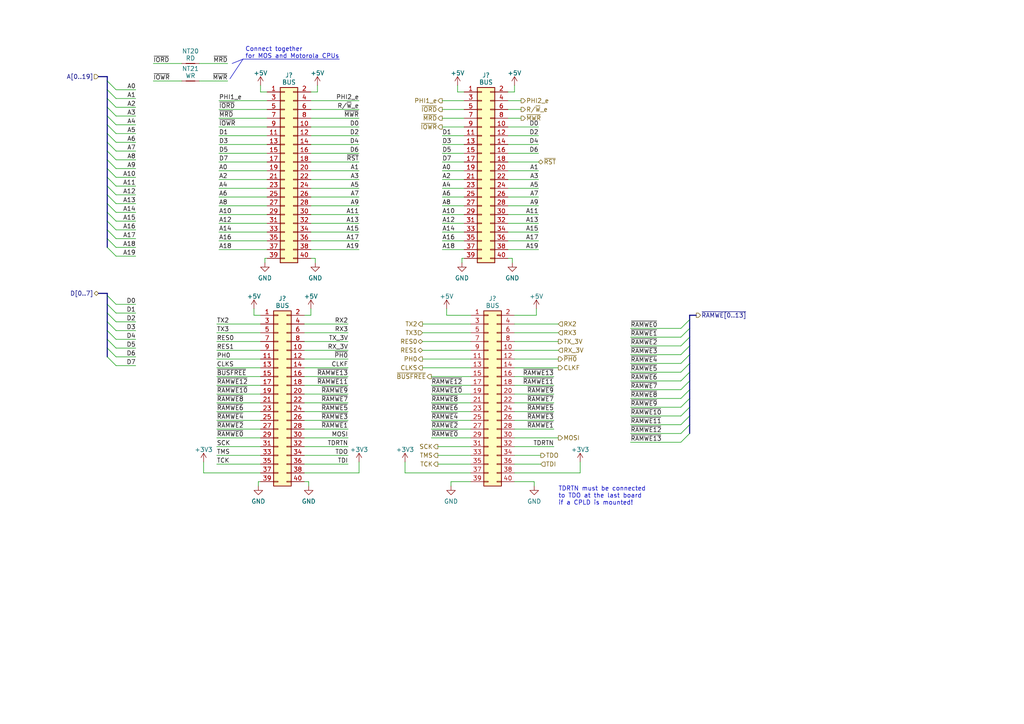
<source format=kicad_sch>
(kicad_sch (version 20230121) (generator eeschema)
  (paper "A4")
  (title_block (title "Unicomp v2 - 6502 6802 Board") (date "2023-07-06") (rev "v1") (company "100% Offner") (comment 1 "v1: Initial"))
  (lib_symbols
    (symbol "Connector_Generic:Conn_02x20_Odd_Even" (pin_names (offset 1.016) hide)
      (property "Reference" "J" (at 1.27 25.4 0))
      (property "Value" "Conn_02x20_Odd_Even" (at 1.27 -27.94 0))
      (symbol "Conn_02x20_Odd_Even_1_1"
        (rectangle (start -1.27 -25.273) (end 0 -25.527) (stroke (width 0.1524)))
        (rectangle (start -1.27 -22.733) (end 0 -22.987) (stroke (width 0.1524)))
        (rectangle (start -1.27 -20.193) (end 0 -20.447) (stroke (width 0.1524)))
        (rectangle (start -1.27 -17.653) (end 0 -17.907) (stroke (width 0.1524)))
        (rectangle (start -1.27 -15.113) (end 0 -15.367) (stroke (width 0.1524)))
        (rectangle (start -1.27 -12.573) (end 0 -12.827) (stroke (width 0.1524)))
        (rectangle (start -1.27 -10.033) (end 0 -10.287) (stroke (width 0.1524)))
        (rectangle (start -1.27 -7.493) (end 0 -7.747) (stroke (width 0.1524)))
        (rectangle (start -1.27 -4.953) (end 0 -5.207) (stroke (width 0.1524)))
        (rectangle (start -1.27 -2.413) (end 0 -2.667) (stroke (width 0.1524)))
        (rectangle (start -1.27 0.127) (end 0 -0.127) (stroke (width 0.1524)))
        (rectangle (start -1.27 2.667) (end 0 2.413) (stroke (width 0.1524)))
        (rectangle (start -1.27 5.207) (end 0 4.953) (stroke (width 0.1524)))
        (rectangle (start -1.27 7.747) (end 0 7.493) (stroke (width 0.1524)))
        (rectangle (start -1.27 10.287) (end 0 10.033) (stroke (width 0.1524)))
        (rectangle (start -1.27 12.827) (end 0 12.573) (stroke (width 0.1524)))
        (rectangle (start -1.27 15.367) (end 0 15.113) (stroke (width 0.1524)))
        (rectangle (start -1.27 17.907) (end 0 17.653) (stroke (width 0.1524)))
        (rectangle (start -1.27 20.447) (end 0 20.193) (stroke (width 0.1524)))
        (rectangle (start -1.27 22.987) (end 0 22.733) (stroke (width 0.1524)))
        (rectangle (start -1.27 24.13) (end 3.81 -26.67) (stroke (width 0.254)) (fill (type background)))
        (rectangle (start 3.81 -25.273) (end 2.54 -25.527) (stroke (width 0.1524)))
        (rectangle (start 3.81 -22.733) (end 2.54 -22.987) (stroke (width 0.1524)))
        (rectangle (start 3.81 -20.193) (end 2.54 -20.447) (stroke (width 0.1524)))
        (rectangle (start 3.81 -17.653) (end 2.54 -17.907) (stroke (width 0.1524)))
        (rectangle (start 3.81 -15.113) (end 2.54 -15.367) (stroke (width 0.1524)))
        (rectangle (start 3.81 -12.573) (end 2.54 -12.827) (stroke (width 0.1524)))
        (rectangle (start 3.81 -10.033) (end 2.54 -10.287) (stroke (width 0.1524)))
        (rectangle (start 3.81 -7.493) (end 2.54 -7.747) (stroke (width 0.1524)))
        (rectangle (start 3.81 -4.953) (end 2.54 -5.207) (stroke (width 0.1524)))
        (rectangle (start 3.81 -2.413) (end 2.54 -2.667) (stroke (width 0.1524)))
        (rectangle (start 3.81 0.127) (end 2.54 -0.127) (stroke (width 0.1524)))
        (rectangle (start 3.81 2.667) (end 2.54 2.413) (stroke (width 0.1524)))
        (rectangle (start 3.81 5.207) (end 2.54 4.953) (stroke (width 0.1524)))
        (rectangle (start 3.81 7.747) (end 2.54 7.493) (stroke (width 0.1524)))
        (rectangle (start 3.81 10.287) (end 2.54 10.033) (stroke (width 0.1524)))
        (rectangle (start 3.81 12.827) (end 2.54 12.573) (stroke (width 0.1524)))
        (rectangle (start 3.81 15.367) (end 2.54 15.113) (stroke (width 0.1524)))
        (rectangle (start 3.81 17.907) (end 2.54 17.653) (stroke (width 0.1524)))
        (rectangle (start 3.81 20.447) (end 2.54 20.193) (stroke (width 0.1524)))
        (rectangle (start 3.81 22.987) (end 2.54 22.733) (stroke (width 0.1524)))
        (pin passive line (at -5.08 22.86 0) (length 3.81) (name "Pin_1") (number "1"))
        (pin passive line (at 7.62 12.7 180) (length 3.81) (name "Pin_10") (number "10"))
        (pin passive line (at -5.08 10.16 0) (length 3.81) (name "Pin_11") (number "11"))
        (pin passive line (at 7.62 10.16 180) (length 3.81) (name "Pin_12") (number "12"))
        (pin passive line (at -5.08 7.62 0) (length 3.81) (name "Pin_13") (number "13"))
        (pin passive line (at 7.62 7.62 180) (length 3.81) (name "Pin_14") (number "14"))
        (pin passive line (at -5.08 5.08 0) (length 3.81) (name "Pin_15") (number "15"))
        (pin passive line (at 7.62 5.08 180) (length 3.81) (name "Pin_16") (number "16"))
        (pin passive line (at -5.08 2.54 0) (length 3.81) (name "Pin_17") (number "17"))
        (pin passive line (at 7.62 2.54 180) (length 3.81) (name "Pin_18") (number "18"))
        (pin passive line (at -5.08 0 0) (length 3.81) (name "Pin_19") (number "19"))
        (pin passive line (at 7.62 22.86 180) (length 3.81) (name "Pin_2") (number "2"))
        (pin passive line (at 7.62 0 180) (length 3.81) (name "Pin_20") (number "20"))
        (pin passive line (at -5.08 -2.54 0) (length 3.81) (name "Pin_21") (number "21"))
        (pin passive line (at 7.62 -2.54 180) (length 3.81) (name "Pin_22") (number "22"))
        (pin passive line (at -5.08 -5.08 0) (length 3.81) (name "Pin_23") (number "23"))
        (pin passive line (at 7.62 -5.08 180) (length 3.81) (name "Pin_24") (number "24"))
        (pin passive line (at -5.08 -7.62 0) (length 3.81) (name "Pin_25") (number "25"))
        (pin passive line (at 7.62 -7.62 180) (length 3.81) (name "Pin_26") (number "26"))
        (pin passive line (at -5.08 -10.16 0) (length 3.81) (name "Pin_27") (number "27"))
        (pin passive line (at 7.62 -10.16 180) (length 3.81) (name "Pin_28") (number "28"))
        (pin passive line (at -5.08 -12.7 0) (length 3.81) (name "Pin_29") (number "29"))
        (pin passive line (at -5.08 20.32 0) (length 3.81) (name "Pin_3") (number "3"))
        (pin passive line (at 7.62 -12.7 180) (length 3.81) (name "Pin_30") (number "30"))
        (pin passive line (at -5.08 -15.24 0) (length 3.81) (name "Pin_31") (number "31"))
        (pin passive line (at 7.62 -15.24 180) (length 3.81) (name "Pin_32") (number "32"))
        (pin passive line (at -5.08 -17.78 0) (length 3.81) (name "Pin_33") (number "33"))
        (pin passive line (at 7.62 -17.78 180) (length 3.81) (name "Pin_34") (number "34"))
        (pin passive line (at -5.08 -20.32 0) (length 3.81) (name "Pin_35") (number "35"))
        (pin passive line (at 7.62 -20.32 180) (length 3.81) (name "Pin_36") (number "36"))
        (pin passive line (at -5.08 -22.86 0) (length 3.81) (name "Pin_37") (number "37"))
        (pin passive line (at 7.62 -22.86 180) (length 3.81) (name "Pin_38") (number "38"))
        (pin passive line (at -5.08 -25.4 0) (length 3.81) (name "Pin_39") (number "39"))
        (pin passive line (at 7.62 20.32 180) (length 3.81) (name "Pin_4") (number "4"))
        (pin passive line (at 7.62 -25.4 180) (length 3.81) (name "Pin_40") (number "40"))
        (pin passive line (at -5.08 17.78 0) (length 3.81) (name "Pin_5") (number "5"))
        (pin passive line (at 7.62 17.78 180) (length 3.81) (name "Pin_6") (number "6"))
        (pin passive line (at -5.08 15.24 0) (length 3.81) (name "Pin_7") (number "7"))
        (pin passive line (at 7.62 15.24 180) (length 3.81) (name "Pin_8") (number "8"))
        (pin passive line (at -5.08 12.7 0) (length 3.81) (name "Pin_9") (number "9"))
      )
    )
    (symbol "Device:NetTie_2" (pin_numbers hide) (pin_names (offset 0) hide) (in_bom no)
      (property "Reference" "NT" (at 0 1.27 0))
      (property "Value" "NetTie_2" (at 0 -1.27 0))
      (symbol "NetTie_2_0_1"
        (polyline (pts (xy -1.27 0) (xy 1.27 0)) (stroke (width 0.254)))
      )
      (symbol "NetTie_2_1_1"
        (pin passive line (at -2.54 0 0) (length 2.54) (name "1") (number "1"))
        (pin passive line (at 2.54 0 180) (length 2.54) (name "2") (number "2"))
      )
    )
    (symbol "power:+3V3" (power) (pin_names (offset 0))
      (property "Value" "+3V3" (at 0 3.556 0))
      (symbol "+3V3_0_1"
        (polyline (pts (xy -0.762 1.27) (xy 0 2.54)))
        (polyline (pts (xy 0 0) (xy 0 2.54)))
        (polyline (pts (xy 0 2.54) (xy 0.762 1.27)))
      )
      (symbol "+3V3_1_1"
        (pin power_in line (at 0 0 90) (length 0) hide (name "+3V3") (number "1"))
      )
    )
    (symbol "power:+5V" (power) (pin_names (offset 0))
      (property "Value" "+5V" (at 0 3.556 0))
      (symbol "+5V_0_1"
        (polyline (pts (xy -0.762 1.27) (xy 0 2.54)))
        (polyline (pts (xy 0 0) (xy 0 2.54)))
        (polyline (pts (xy 0 2.54) (xy 0.762 1.27)))
      )
      (symbol "+5V_1_1"
        (pin power_in line (at 0 0 90) (length 0) hide (name "+5V") (number "1"))
      )
    )
    (symbol "power:GND" (power) (pin_names (offset 0))
      (property "Value" "GND" (at 0 -3.81 0))
      (symbol "GND_0_1"
        (polyline (pts (xy 0 0) (xy 0 -1.27) (xy 1.27 -1.27) (xy 0 -2.54) (xy -1.27 -1.27) (xy 0 -1.27)))
      )
      (symbol "GND_1_1"
        (pin power_in line (at 0 0 270) (length 0) hide (name "GND") (number "1"))
      )
    )
  )
  (bus_entry (at 31.115 64.135) (size 2.54 2.54))
  (bus_entry (at 31.115 56.515) (size 2.54 2.54))
  (bus_entry (at 200.025 107.95) (size -2.54 2.54))
  (bus_entry (at 31.115 48.895) (size 2.54 2.54))
  (bus_entry (at 200.025 118.11) (size -2.54 2.54))
  (bus_entry (at 200.025 97.79) (size -2.54 2.54))
  (bus_entry (at 31.115 33.655) (size 2.54 2.54))
  (bus_entry (at 200.025 113.03) (size -2.54 2.54))
  (bus_entry (at 200.025 123.19) (size -2.54 2.54))
  (bus_entry (at 200.025 100.33) (size -2.54 2.54))
  (bus_entry (at 200.025 115.57) (size -2.54 2.54))
  (bus_entry (at 31.115 61.595) (size 2.54 2.54))
  (bus_entry (at 200.025 125.73) (size -2.54 2.54))
  (bus_entry (at 31.115 93.345) (size 2.54 2.54))
  (bus_entry (at 31.115 85.725) (size 2.54 2.54))
  (bus_entry (at 31.115 100.965) (size 2.54 2.54))
  (bus_entry (at 200.025 120.65) (size -2.54 2.54))
  (bus_entry (at 31.115 36.195) (size 2.54 2.54))
  (bus_entry (at 31.115 23.495) (size 2.54 2.54))
  (bus_entry (at 31.115 53.975) (size 2.54 2.54))
  (bus_entry (at 31.115 43.815) (size 2.54 2.54))
  (bus_entry (at 31.115 88.265) (size 2.54 2.54))
  (bus_entry (at 31.115 41.275) (size 2.54 2.54))
  (bus_entry (at 31.115 46.355) (size 2.54 2.54))
  (bus_entry (at 31.115 38.735) (size 2.54 2.54))
  (bus_entry (at 31.115 31.115) (size 2.54 2.54))
  (bus_entry (at 200.025 92.71) (size -2.54 2.54))
  (bus_entry (at 31.115 28.575) (size 2.54 2.54))
  (bus_entry (at 200.025 95.25) (size -2.54 2.54))
  (bus_entry (at 200.025 110.49) (size -2.54 2.54))
  (bus_entry (at 31.115 69.215) (size 2.54 2.54))
  (bus_entry (at 31.115 66.675) (size 2.54 2.54))
  (bus_entry (at 31.115 98.425) (size 2.54 2.54))
  (bus_entry (at 31.115 26.035) (size 2.54 2.54))
  (bus_entry (at 31.115 90.805) (size 2.54 2.54))
  (bus_entry (at 31.115 71.755) (size 2.54 2.54))
  (bus_entry (at 31.115 51.435) (size 2.54 2.54))
  (bus_entry (at 31.115 59.055) (size 2.54 2.54))
  (bus_entry (at 200.025 105.41) (size -2.54 2.54))
  (bus_entry (at 31.115 95.885) (size 2.54 2.54))
  (bus_entry (at 31.115 103.505) (size 2.54 2.54))
  (bus_entry (at 200.025 102.87) (size -2.54 2.54))
  (wire (pts (xy 149.225 101.6) (xy 161.925 101.6)))
  (wire (pts (xy 39.37 93.345) (xy 33.655 93.345)))
  (wire (pts (xy 128.27 41.91) (xy 134.62 41.91)))
  (bus (pts (xy 201.93 91.44) (xy 200.025 91.44)))
  (bus (pts (xy 200.025 97.79) (xy 200.025 100.33)))
  (wire (pts (xy 149.225 104.14) (xy 161.925 104.14)))
  (bus (pts (xy 31.115 93.345) (xy 31.115 90.805)))
  (wire (pts (xy 182.88 120.65) (xy 197.485 120.65)))
  (bus (pts (xy 200.025 113.03) (xy 200.025 115.57)))
  (wire (pts (xy 149.225 114.3) (xy 160.655 114.3)))
  (bus (pts (xy 200.025 107.95) (xy 200.025 110.49)))
  (bus (pts (xy 31.115 31.115) (xy 31.115 28.575)))
  (wire (pts (xy 149.225 96.52) (xy 161.925 96.52)))
  (wire (pts (xy 91.44 74.93) (xy 90.17 74.93)))
  (wire (pts (xy 168.275 133.985) (xy 168.275 137.16)))
  (wire (pts (xy 74.93 139.7) (xy 75.565 139.7)))
  (wire (pts (xy 128.27 44.45) (xy 134.62 44.45)))
  (wire (pts (xy 63.5 29.21) (xy 77.47 29.21)))
  (wire (pts (xy 104.14 133.985) (xy 104.14 137.16)))
  (wire (pts (xy 149.225 93.98) (xy 161.925 93.98)))
  (wire (pts (xy 62.865 119.38) (xy 75.565 119.38)))
  (wire (pts (xy 39.37 106.045) (xy 33.655 106.045)))
  (wire (pts (xy 128.27 39.37) (xy 134.62 39.37)))
  (wire (pts (xy 63.5 64.77) (xy 77.47 64.77)))
  (wire (pts (xy 62.865 101.6) (xy 75.565 101.6)))
  (wire (pts (xy 62.865 132.08) (xy 75.565 132.08)))
  (bus (pts (xy 200.025 118.11) (xy 200.025 120.65)))
  (wire (pts (xy 39.37 69.215) (xy 33.655 69.215)))
  (wire (pts (xy 62.865 129.54) (xy 75.565 129.54)))
  (wire (pts (xy 147.32 64.77) (xy 156.21 64.77)))
  (wire (pts (xy 147.32 54.61) (xy 156.21 54.61)))
  (wire (pts (xy 59.055 133.985) (xy 59.055 137.16)))
  (wire (pts (xy 62.865 116.84) (xy 75.565 116.84)))
  (wire (pts (xy 133.985 74.93) (xy 134.62 74.93)))
  (wire (pts (xy 125.095 111.76) (xy 136.525 111.76)))
  (wire (pts (xy 90.17 64.77) (xy 104.14 64.77)))
  (wire (pts (xy 149.225 26.67) (xy 147.32 26.67)))
  (wire (pts (xy 127 129.54) (xy 136.525 129.54)))
  (wire (pts (xy 88.265 124.46) (xy 100.965 124.46)))
  (wire (pts (xy 91.44 76.2) (xy 91.44 74.93)))
  (wire (pts (xy 90.17 59.69) (xy 104.14 59.69)))
  (wire (pts (xy 62.865 99.06) (xy 75.565 99.06)))
  (bus (pts (xy 31.115 69.215) (xy 31.115 66.675)))
  (wire (pts (xy 63.5 36.83) (xy 77.47 36.83)))
  (bus (pts (xy 200.025 100.33) (xy 200.025 102.87)))
  (wire (pts (xy 125.095 109.22) (xy 136.525 109.22)))
  (wire (pts (xy 63.5 39.37) (xy 77.47 39.37)))
  (wire (pts (xy 62.865 111.76) (xy 75.565 111.76)))
  (wire (pts (xy 88.265 96.52) (xy 100.965 96.52)))
  (wire (pts (xy 128.27 69.85) (xy 134.62 69.85)))
  (bus (pts (xy 31.115 71.755) (xy 31.115 69.215)))
  (wire (pts (xy 148.59 76.2) (xy 148.59 74.93)))
  (bus (pts (xy 31.115 100.965) (xy 31.115 98.425)))
  (bus (pts (xy 31.115 90.805) (xy 31.115 88.265)))
  (wire (pts (xy 128.27 46.99) (xy 134.62 46.99)))
  (wire (pts (xy 75.565 24.765) (xy 75.565 26.67)))
  (wire (pts (xy 128.27 31.75) (xy 134.62 31.75)))
  (bus (pts (xy 200.025 91.44) (xy 200.025 92.71)))
  (wire (pts (xy 149.225 116.84) (xy 160.655 116.84)))
  (wire (pts (xy 39.37 36.195) (xy 33.655 36.195)))
  (wire (pts (xy 39.37 56.515) (xy 33.655 56.515)))
  (wire (pts (xy 182.88 125.73) (xy 197.485 125.73)))
  (wire (pts (xy 127 134.62) (xy 136.525 134.62)))
  (wire (pts (xy 62.865 127) (xy 75.565 127)))
  (wire (pts (xy 155.575 91.44) (xy 149.225 91.44)))
  (wire (pts (xy 39.37 61.595) (xy 33.655 61.595)))
  (wire (pts (xy 149.225 24.765) (xy 149.225 26.67)))
  (wire (pts (xy 147.32 67.31) (xy 156.21 67.31)))
  (wire (pts (xy 128.27 57.15) (xy 134.62 57.15)))
  (wire (pts (xy 90.17 89.535) (xy 90.17 91.44)))
  (wire (pts (xy 130.81 139.7) (xy 136.525 139.7)))
  (wire (pts (xy 39.37 51.435) (xy 33.655 51.435)))
  (wire (pts (xy 90.17 36.83) (xy 104.14 36.83)))
  (wire (pts (xy 76.835 74.93) (xy 77.47 74.93)))
  (wire (pts (xy 62.865 121.92) (xy 75.565 121.92)))
  (wire (pts (xy 90.17 91.44) (xy 88.265 91.44)))
  (wire (pts (xy 39.37 48.895) (xy 33.655 48.895)))
  (bus (pts (xy 31.115 43.815) (xy 31.115 41.275)))
  (wire (pts (xy 92.075 24.765) (xy 92.075 26.67)))
  (wire (pts (xy 90.17 31.75) (xy 104.14 31.75)))
  (bus (pts (xy 31.115 88.265) (xy 31.115 85.725)))
  (wire (pts (xy 39.37 90.805) (xy 33.655 90.805)))
  (wire (pts (xy 129.54 91.44) (xy 136.525 91.44)))
  (wire (pts (xy 149.225 134.62) (xy 156.845 134.62)))
  (wire (pts (xy 89.535 140.97) (xy 89.535 139.7)))
  (wire (pts (xy 39.37 66.675) (xy 33.655 66.675)))
  (wire (pts (xy 147.32 41.91) (xy 156.21 41.91)))
  (wire (pts (xy 147.32 39.37) (xy 156.21 39.37)))
  (wire (pts (xy 149.225 127) (xy 161.925 127)))
  (wire (pts (xy 39.37 46.355) (xy 33.655 46.355)))
  (wire (pts (xy 128.27 59.69) (xy 134.62 59.69)))
  (wire (pts (xy 39.37 98.425) (xy 33.655 98.425)))
  (wire (pts (xy 39.37 38.735) (xy 33.655 38.735)))
  (wire (pts (xy 128.27 36.83) (xy 134.62 36.83)))
  (wire (pts (xy 128.27 52.07) (xy 134.62 52.07)))
  (wire (pts (xy 39.37 33.655) (xy 33.655 33.655)))
  (wire (pts (xy 63.5 31.75) (xy 77.47 31.75)))
  (wire (pts (xy 149.225 111.76) (xy 160.655 111.76)))
  (wire (pts (xy 132.715 26.67) (xy 134.62 26.67)))
  (wire (pts (xy 149.225 137.16) (xy 168.275 137.16)))
  (wire (pts (xy 182.88 105.41) (xy 197.485 105.41)))
  (wire (pts (xy 88.265 132.08) (xy 100.965 132.08)))
  (bus (pts (xy 31.115 38.735) (xy 31.115 36.195)))
  (wire (pts (xy 63.5 52.07) (xy 77.47 52.07)))
  (wire (pts (xy 73.66 91.44) (xy 75.565 91.44)))
  (bus (pts (xy 31.115 95.885) (xy 31.115 93.345)))
  (wire (pts (xy 39.37 43.815) (xy 33.655 43.815)))
  (wire (pts (xy 147.32 72.39) (xy 156.21 72.39)))
  (wire (pts (xy 76.835 76.2) (xy 76.835 74.93)))
  (wire (pts (xy 63.5 72.39) (xy 77.47 72.39)))
  (wire (pts (xy 122.555 96.52) (xy 136.525 96.52)))
  (wire (pts (xy 182.88 97.79) (xy 197.485 97.79)))
  (wire (pts (xy 62.865 104.14) (xy 75.565 104.14)))
  (wire (pts (xy 90.17 69.85) (xy 104.14 69.85)))
  (wire (pts (xy 62.865 114.3) (xy 75.565 114.3)))
  (wire (pts (xy 88.265 114.3) (xy 100.965 114.3)))
  (wire (pts (xy 88.265 134.62) (xy 100.965 134.62)))
  (wire (pts (xy 63.5 62.23) (xy 77.47 62.23)))
  (wire (pts (xy 63.5 59.69) (xy 77.47 59.69)))
  (wire (pts (xy 182.88 128.27) (xy 197.485 128.27)))
  (bus (pts (xy 200.025 123.19) (xy 200.025 125.73)))
  (bus (pts (xy 200.025 115.57) (xy 200.025 118.11)))
  (wire (pts (xy 90.17 57.15) (xy 104.14 57.15)))
  (wire (pts (xy 128.27 62.23) (xy 134.62 62.23)))
  (bus (pts (xy 31.115 51.435) (xy 31.115 48.895)))
  (bus (pts (xy 31.115 53.975) (xy 31.115 51.435)))
  (wire (pts (xy 39.37 64.135) (xy 33.655 64.135)))
  (wire (pts (xy 128.27 34.29) (xy 134.62 34.29)))
  (wire (pts (xy 149.225 109.22) (xy 160.655 109.22)))
  (wire (pts (xy 125.095 119.38) (xy 136.525 119.38)))
  (wire (pts (xy 44.45 23.495) (xy 52.705 23.495)))
  (wire (pts (xy 63.5 54.61) (xy 77.47 54.61)))
  (bus (pts (xy 31.115 48.895) (xy 31.115 46.355)))
  (wire (pts (xy 147.32 62.23) (xy 156.21 62.23)))
  (wire (pts (xy 39.37 100.965) (xy 33.655 100.965)))
  (bus (pts (xy 31.115 28.575) (xy 31.115 26.035)))
  (wire (pts (xy 128.27 67.31) (xy 134.62 67.31)))
  (wire (pts (xy 149.225 121.92) (xy 160.655 121.92)))
  (wire (pts (xy 39.37 88.265) (xy 33.655 88.265)))
  (bus (pts (xy 31.115 85.09) (xy 28.575 85.09)))
  (wire (pts (xy 63.5 34.29) (xy 77.47 34.29)))
  (wire (pts (xy 147.32 34.29) (xy 151.13 34.29)))
  (wire (pts (xy 63.5 46.99) (xy 77.47 46.99)))
  (wire (pts (xy 147.32 29.21) (xy 151.13 29.21)))
  (wire (pts (xy 75.565 26.67) (xy 77.47 26.67)))
  (wire (pts (xy 147.32 59.69) (xy 156.21 59.69)))
  (wire (pts (xy 133.985 76.2) (xy 133.985 74.93)))
  (wire (pts (xy 147.32 44.45) (xy 156.21 44.45)))
  (wire (pts (xy 129.54 89.535) (xy 129.54 91.44)))
  (wire (pts (xy 128.27 72.39) (xy 134.62 72.39)))
  (wire (pts (xy 90.17 44.45) (xy 104.14 44.45)))
  (wire (pts (xy 125.095 127) (xy 136.525 127)))
  (bus (pts (xy 200.025 105.41) (xy 200.025 107.95)))
  (wire (pts (xy 88.265 99.06) (xy 100.965 99.06)))
  (wire (pts (xy 149.225 129.54) (xy 160.655 129.54)))
  (wire (pts (xy 182.88 95.25) (xy 197.485 95.25)))
  (wire (pts (xy 130.81 140.97) (xy 130.81 139.7)))
  (wire (pts (xy 147.32 36.83) (xy 156.21 36.83)))
  (wire (pts (xy 89.535 139.7) (xy 88.265 139.7)))
  (wire (pts (xy 149.225 119.38) (xy 160.655 119.38)))
  (bus (pts (xy 31.115 56.515) (xy 31.115 53.975)))
  (wire (pts (xy 122.555 93.98) (xy 136.525 93.98)))
  (bus (pts (xy 200.025 110.49) (xy 200.025 113.03)))
  (wire (pts (xy 63.5 69.85) (xy 77.47 69.85)))
  (wire (pts (xy 39.37 31.115) (xy 33.655 31.115)))
  (wire (pts (xy 59.055 137.16) (xy 75.565 137.16)))
  (wire (pts (xy 154.94 140.97) (xy 154.94 139.7)))
  (wire (pts (xy 127 132.08) (xy 136.525 132.08)))
  (wire (pts (xy 149.225 124.46) (xy 160.655 124.46)))
  (wire (pts (xy 62.865 106.68) (xy 75.565 106.68)))
  (wire (pts (xy 90.17 62.23) (xy 104.14 62.23)))
  (wire (pts (xy 62.865 93.98) (xy 75.565 93.98)))
  (wire (pts (xy 122.555 101.6) (xy 136.525 101.6)))
  (wire (pts (xy 90.17 49.53) (xy 104.14 49.53)))
  (bus (pts (xy 31.115 46.355) (xy 31.115 43.815)))
  (wire (pts (xy 182.88 118.11) (xy 197.485 118.11)))
  (wire (pts (xy 92.075 26.67) (xy 90.17 26.67)))
  (wire (pts (xy 88.265 104.14) (xy 100.965 104.14)))
  (wire (pts (xy 88.265 106.68) (xy 100.965 106.68)))
  (polyline (pts (xy 66.675 22.86) (xy 70.485 17.145)))
  (wire (pts (xy 88.265 109.22) (xy 100.965 109.22)))
  (wire (pts (xy 149.225 99.06) (xy 161.925 99.06)))
  (wire (pts (xy 128.27 54.61) (xy 134.62 54.61)))
  (polyline (pts (xy 67.31 18.415) (xy 70.485 17.145)))
  (wire (pts (xy 182.88 123.19) (xy 197.485 123.19)))
  (wire (pts (xy 63.5 67.31) (xy 77.47 67.31)))
  (wire (pts (xy 62.865 134.62) (xy 75.565 134.62)))
  (wire (pts (xy 39.37 74.295) (xy 33.655 74.295)))
  (wire (pts (xy 63.5 41.91) (xy 77.47 41.91)))
  (wire (pts (xy 149.225 106.68) (xy 161.925 106.68)))
  (wire (pts (xy 39.37 59.055) (xy 33.655 59.055)))
  (wire (pts (xy 63.5 44.45) (xy 77.47 44.45)))
  (wire (pts (xy 182.88 100.33) (xy 197.485 100.33)))
  (wire (pts (xy 155.575 89.535) (xy 155.575 91.44)))
  (wire (pts (xy 122.555 99.06) (xy 136.525 99.06)))
  (polyline (pts (xy 98.425 17.145) (xy 70.485 17.145)))
  (bus (pts (xy 200.025 102.87) (xy 200.025 105.41)))
  (wire (pts (xy 125.095 121.92) (xy 136.525 121.92)))
  (wire (pts (xy 39.37 95.885) (xy 33.655 95.885)))
  (wire (pts (xy 62.865 124.46) (xy 75.565 124.46)))
  (wire (pts (xy 39.37 103.505) (xy 33.655 103.505)))
  (wire (pts (xy 147.32 31.75) (xy 151.13 31.75)))
  (bus (pts (xy 31.115 36.195) (xy 31.115 33.655)))
  (wire (pts (xy 57.785 18.415) (xy 66.04 18.415)))
  (wire (pts (xy 88.265 116.84) (xy 100.965 116.84)))
  (wire (pts (xy 90.17 41.91) (xy 104.14 41.91)))
  (wire (pts (xy 63.5 57.15) (xy 77.47 57.15)))
  (wire (pts (xy 148.59 74.93) (xy 147.32 74.93)))
  (wire (pts (xy 90.17 39.37) (xy 104.14 39.37)))
  (wire (pts (xy 90.17 34.29) (xy 104.14 34.29)))
  (wire (pts (xy 39.37 41.275) (xy 33.655 41.275)))
  (wire (pts (xy 117.475 137.16) (xy 136.525 137.16)))
  (wire (pts (xy 182.88 107.95) (xy 197.485 107.95)))
  (wire (pts (xy 125.095 116.84) (xy 136.525 116.84)))
  (wire (pts (xy 128.27 64.77) (xy 134.62 64.77)))
  (wire (pts (xy 39.37 28.575) (xy 33.655 28.575)))
  (wire (pts (xy 88.265 129.54) (xy 100.965 129.54)))
  (wire (pts (xy 62.865 109.22) (xy 75.565 109.22)))
  (wire (pts (xy 88.265 101.6) (xy 100.965 101.6)))
  (bus (pts (xy 31.115 59.055) (xy 31.115 56.515)))
  (wire (pts (xy 182.88 102.87) (xy 197.485 102.87)))
  (bus (pts (xy 31.115 61.595) (xy 31.115 64.135)))
  (wire (pts (xy 62.865 96.52) (xy 75.565 96.52)))
  (wire (pts (xy 147.32 46.99) (xy 156.21 46.99)))
  (bus (pts (xy 31.115 41.275) (xy 31.115 38.735)))
  (wire (pts (xy 128.27 29.21) (xy 134.62 29.21)))
  (wire (pts (xy 182.88 115.57) (xy 197.485 115.57)))
  (bus (pts (xy 31.115 26.035) (xy 31.115 23.495)))
  (wire (pts (xy 122.555 106.68) (xy 136.525 106.68)))
  (wire (pts (xy 57.785 23.495) (xy 66.04 23.495)))
  (wire (pts (xy 117.475 133.985) (xy 117.475 137.16)))
  (wire (pts (xy 147.32 57.15) (xy 156.21 57.15)))
  (bus (pts (xy 31.115 61.595) (xy 31.115 59.055)))
  (bus (pts (xy 31.115 64.135) (xy 31.115 66.675)))
  (bus (pts (xy 31.115 23.495) (xy 31.115 22.225)))
  (wire (pts (xy 132.715 24.765) (xy 132.715 26.67)))
  (wire (pts (xy 125.095 114.3) (xy 136.525 114.3)))
  (wire (pts (xy 154.94 139.7) (xy 149.225 139.7)))
  (wire (pts (xy 147.32 69.85) (xy 156.21 69.85)))
  (wire (pts (xy 44.45 18.415) (xy 52.705 18.415)))
  (wire (pts (xy 88.265 111.76) (xy 100.965 111.76)))
  (bus (pts (xy 31.115 98.425) (xy 31.115 95.885)))
  (wire (pts (xy 90.17 67.31) (xy 104.14 67.31)))
  (wire (pts (xy 63.5 49.53) (xy 77.47 49.53)))
  (wire (pts (xy 90.17 29.21) (xy 104.14 29.21)))
  (wire (pts (xy 182.88 113.03) (xy 197.485 113.03)))
  (wire (pts (xy 74.93 140.97) (xy 74.93 139.7)))
  (wire (pts (xy 90.17 52.07) (xy 104.14 52.07)))
  (wire (pts (xy 90.17 54.61) (xy 104.14 54.61)))
  (wire (pts (xy 128.27 49.53) (xy 134.62 49.53)))
  (wire (pts (xy 39.37 26.035) (xy 33.655 26.035)))
  (bus (pts (xy 31.115 85.725) (xy 31.115 85.09)))
  (bus (pts (xy 31.115 103.505) (xy 31.115 100.965)))
  (wire (pts (xy 90.17 72.39) (xy 104.14 72.39)))
  (wire (pts (xy 149.225 132.08) (xy 156.845 132.08)))
  (bus (pts (xy 200.025 120.65) (xy 200.025 123.19)))
  (bus (pts (xy 200.025 95.25) (xy 200.025 97.79)))
  (wire (pts (xy 88.265 93.98) (xy 100.965 93.98)))
  (wire (pts (xy 147.32 52.07) (xy 156.21 52.07)))
  (bus (pts (xy 200.025 92.71) (xy 200.025 95.25)))
  (wire (pts (xy 88.265 119.38) (xy 100.965 119.38)))
  (wire (pts (xy 90.17 46.99) (xy 104.14 46.99)))
  (wire (pts (xy 88.265 127) (xy 100.965 127)))
  (bus (pts (xy 31.115 22.225) (xy 28.575 22.225)))
  (wire (pts (xy 147.32 49.53) (xy 156.21 49.53)))
  (wire (pts (xy 88.265 121.92) (xy 100.965 121.92)))
  (wire (pts (xy 88.265 137.16) (xy 104.14 137.16)))
  (wire (pts (xy 73.66 89.535) (xy 73.66 91.44)))
  (wire (pts (xy 125.095 124.46) (xy 136.525 124.46)))
  (wire (pts (xy 182.88 110.49) (xy 197.485 110.49)))
  (wire (pts (xy 39.37 71.755) (xy 33.655 71.755)))
  (wire (pts (xy 122.555 104.14) (xy 136.525 104.14)))
  (wire (pts (xy 39.37 53.975) (xy 33.655 53.975)))
  (bus (pts (xy 31.115 33.655) (xy 31.115 31.115)))
  (text "Connect together\nfor MOS and Motorola CPUs" (at 71.12 17.145 0) (effects (font (size 1.27 1.27)) (justify left bottom)))
  (text "TDRTN must be connected \nto TDO at the last board\nif a CPLD is mounted!" (at 161.925 146.685 0) (effects (font (size 1.27 1.27)) (justify left bottom)))
  (label "~{BUSFREE}" (at 62.865 109.22 0))
  (label "A12" (at 63.5 64.77 0))
  (label "PH0" (at 62.865 104.14 0))
  (label "A8" (at 128.27 59.69 0))
  (label "~{RAMWE11}" (at 160.655 111.76 180))
  (label "RX3" (at 100.965 96.52 180))
  (label "A15" (at 156.21 67.31 180))
  (label "A0" (at 128.27 49.53 0))
  (label "TX_3V" (at 100.965 99.06 180))
  (label "CLKS" (at 62.865 106.68 0))
  (label "TDRTN" (at 100.965 129.54 180))
  (label "~{RAMWE6}" (at 125.095 119.38 0))
  (label "~{MRD}" (at 66.04 18.415 180))
  (label "~{RAMWE0}" (at 125.095 127 0))
  (label "RES1" (at 62.865 101.6 0))
  (label "A0" (at 39.37 26.035 180))
  (label "~{RAMWE6}" (at 182.88 110.49 0))
  (label "TMS" (at 62.865 132.08 0))
  (label "A8" (at 63.5 59.69 0))
  (label "~{PH0}" (at 100.965 104.14 180))
  (label "A6" (at 63.5 57.15 0))
  (label "~{RAMWE2}" (at 182.88 100.33 0))
  (label "RX_3V" (at 100.965 101.6 180))
  (label "~{IORD}" (at 44.45 18.415 0))
  (label "A14" (at 128.27 67.31 0))
  (label "D7" (at 63.5 46.99 0))
  (label "D2" (at 39.37 93.345 180))
  (label "CLKF" (at 100.965 106.68 180))
  (label "D7" (at 39.37 106.045 180))
  (label "A2" (at 63.5 52.07 0))
  (label "A13" (at 104.14 64.77 180))
  (label "A12" (at 128.27 64.77 0))
  (label "~{RAMWE13}" (at 182.88 128.27 0))
  (label "A5" (at 39.37 38.735 180))
  (label "A15" (at 39.37 64.135 180))
  (label "A9" (at 39.37 48.895 180))
  (label "A17" (at 39.37 69.215 180))
  (label "A2" (at 128.27 52.07 0))
  (label "~{RAMWE4}" (at 125.095 121.92 0))
  (label "D6" (at 156.21 44.45 180))
  (label "D7" (at 128.27 46.99 0))
  (label "A16" (at 39.37 66.675 180))
  (label "~{RAMWE2}" (at 125.095 124.46 0))
  (label "A1" (at 156.21 49.53 180))
  (label "D5" (at 39.37 100.965 180))
  (label "D2" (at 156.21 39.37 180))
  (label "A11" (at 39.37 53.975 180))
  (label "~{RAMWE9}" (at 160.655 114.3 180))
  (label "A11" (at 104.14 62.23 180))
  (label "D4" (at 104.14 41.91 180))
  (label "A19" (at 156.21 72.39 180))
  (label "~{RAMWE8}" (at 125.095 116.84 0))
  (label "~{RAMWE7}" (at 182.88 113.03 0))
  (label "~{RAMWE2}" (at 62.865 124.46 0))
  (label "A5" (at 156.21 54.61 180))
  (label "~{RAMWE12}" (at 62.865 111.76 0))
  (label "A19" (at 104.14 72.39 180))
  (label "A7" (at 156.21 57.15 180))
  (label "A10" (at 39.37 51.435 180))
  (label "D2" (at 104.14 39.37 180))
  (label "~{RAMWE12}" (at 182.88 125.73 0))
  (label "A18" (at 63.5 72.39 0))
  (label "~{RAMWE5}" (at 160.655 119.38 180))
  (label "~{RAMWE10}" (at 62.865 114.3 0))
  (label "~{RAMWE1}" (at 160.655 124.46 180))
  (label "~{IORD}" (at 63.5 31.75 0))
  (label "A17" (at 104.14 69.85 180))
  (label "~{RAMWE3}" (at 100.965 121.92 180))
  (label "D0" (at 39.37 88.265 180))
  (label "A7" (at 39.37 43.815 180))
  (label "D0" (at 104.14 36.83 180))
  (label "A3" (at 104.14 52.07 180))
  (label "TDI" (at 100.965 134.62 180))
  (label "~{MWR}" (at 104.14 34.29 180))
  (label "~{RAMWE3}" (at 182.88 102.87 0))
  (label "A13" (at 156.21 64.77 180))
  (label "D3" (at 128.27 41.91 0))
  (label "A3" (at 39.37 33.655 180))
  (label "A11" (at 156.21 62.23 180))
  (label "~{RAMWE1}" (at 182.88 97.79 0))
  (label "~{RAMWE12}" (at 125.095 111.76 0))
  (label "A4" (at 128.27 54.61 0))
  (label "A6" (at 128.27 57.15 0))
  (label "A7" (at 104.14 57.15 180))
  (label "~{RAMWE11}" (at 100.965 111.76 180))
  (label "~{RAMWE3}" (at 160.655 121.92 180))
  (label "~{MWR}" (at 66.04 23.495 180))
  (label "A12" (at 39.37 56.515 180))
  (label "TDO" (at 100.965 132.08 180))
  (label "D1" (at 39.37 90.805 180))
  (label "~{RST}" (at 104.14 46.99 180))
  (label "D1" (at 128.27 39.37 0))
  (label "TX3" (at 62.865 96.52 0))
  (label "D3" (at 39.37 95.885 180))
  (label "~{IOWR}" (at 63.5 36.83 0))
  (label "A4" (at 39.37 36.195 180))
  (label "TDRTN" (at 160.655 129.54 180))
  (label "D0" (at 156.21 36.83 180))
  (label "A14" (at 39.37 61.595 180))
  (label "~{RAMWE4}" (at 182.88 105.41 0))
  (label "~{RAMWE4}" (at 62.865 121.92 0))
  (label "~{RAMWE13}" (at 160.655 109.22 180))
  (label "~{RAMWE0}" (at 62.865 127 0))
  (label "D5" (at 63.5 44.45 0))
  (label "~{RAMWE7}" (at 160.655 116.84 180))
  (label "A2" (at 39.37 31.115 180))
  (label "A18" (at 39.37 71.755 180))
  (label "R{slash}~{W}_e" (at 104.14 31.75 180))
  (label "PHI2_e" (at 104.14 29.21 180))
  (label "~{IOWR}" (at 44.45 23.495 0))
  (label "~{RAMWE10}" (at 125.095 114.3 0))
  (label "~{RAMWE1}" (at 100.965 124.46 180))
  (label "D3" (at 63.5 41.91 0))
  (label "A13" (at 39.37 59.055 180))
  (label "~{RAMWE11}" (at 182.88 123.19 0))
  (label "A4" (at 63.5 54.61 0))
  (label "A16" (at 128.27 69.85 0))
  (label "SCK" (at 62.865 129.54 0))
  (label "A14" (at 63.5 67.31 0))
  (label "~{RAMWE5}" (at 100.965 119.38 180))
  (label "~{RAMWE10}" (at 182.88 120.65 0))
  (label "D4" (at 156.21 41.91 180))
  (label "RX2" (at 100.965 93.98 180))
  (label "A3" (at 156.21 52.07 180))
  (label "~{RAMWE9}" (at 100.965 114.3 180))
  (label "MOSI" (at 100.965 127 180))
  (label "~{RAMWE5}" (at 182.88 107.95 0))
  (label "A10" (at 128.27 62.23 0))
  (label "~{RAMWE8}" (at 182.88 115.57 0))
  (label "A1" (at 104.14 49.53 180))
  (label "D6" (at 39.37 103.505 180))
  (label "D4" (at 39.37 98.425 180))
  (label "RES0" (at 62.865 99.06 0))
  (label "~{RAMWE6}" (at 62.865 119.38 0))
  (label "D1" (at 63.5 39.37 0))
  (label "A9" (at 156.21 59.69 180))
  (label "A6" (at 39.37 41.275 180))
  (label "~{RAMWE7}" (at 100.965 116.84 180))
  (label "A0" (at 63.5 49.53 0))
  (label "~{RAMWE13}" (at 100.965 109.22 180))
  (label "TX2" (at 62.865 93.98 0))
  (label "A5" (at 104.14 54.61 180))
  (label "A18" (at 128.27 72.39 0))
  (label "D6" (at 104.14 44.45 180))
  (label "A16" (at 63.5 69.85 0))
  (label "~{MRD}" (at 63.5 34.29 0))
  (label "PHI1_e" (at 63.5 29.21 0))
  (label "~{RAMWE8}" (at 62.865 116.84 0))
  (label "TCK" (at 62.865 134.62 0))
  (label "D5" (at 128.27 44.45 0))
  (label "~{RAMWE9}" (at 182.88 118.11 0))
  (label "A10" (at 63.5 62.23 0))
  (label "A19" (at 39.37 74.295 180))
  (label "A9" (at 104.14 59.69 180))
  (label "A15" (at 104.14 67.31 180))
  (label "A8" (at 39.37 46.355 180))
  (label "~{RAMWE0}" (at 182.88 95.25 0))
  (label "A1" (at 39.37 28.575 180))
  (label "A17" (at 156.21 69.85 180))
  (hierarchical_label "TMS" (shape output) (at 127 132.08 180))
  (hierarchical_label "RX_3V" (shape input) (at 161.925 101.6 0))
  (hierarchical_label "D[0..7]" (shape bidirectional) (at 28.575 85.09 180))
  (hierarchical_label "RES1" (shape bidirectional) (at 122.555 101.6 180))
  (hierarchical_label "TCK" (shape output) (at 127 134.62 180))
  (hierarchical_label "~{IOWR}" (shape output) (at 128.27 36.83 180))
  (hierarchical_label "RX2" (shape input) (at 161.925 93.98 0))
  (hierarchical_label "TDO" (shape output) (at 156.845 132.08 0))
  (hierarchical_label "A[0..19]" (shape input) (at 28.575 22.225 180))
  (hierarchical_label "TX2" (shape output) (at 122.555 93.98 180))
  (hierarchical_label "~{PH0}" (shape output) (at 161.925 104.14 0))
  (hierarchical_label "~{RST}" (shape bidirectional) (at 156.21 46.99 0))
  (hierarchical_label "PH0" (shape output) (at 122.555 104.14 180))
  (hierarchical_label "TX3" (shape input) (at 122.555 96.52 180))
  (hierarchical_label "SCK" (shape output) (at 127 129.54 180))
  (hierarchical_label "PHI1_e" (shape output) (at 128.27 29.21 180))
  (hierarchical_label "RES0" (shape bidirectional) (at 122.555 99.06 180))
  (hierarchical_label "~{IORD}" (shape output) (at 128.27 31.75 180))
  (hierarchical_label "TDI" (shape input) (at 156.845 134.62 0))
  (hierarchical_label "~{MRD}" (shape output) (at 128.27 34.29 180))
  (hierarchical_label "~{MWR}" (shape output) (at 151.13 34.29 0))
  (hierarchical_label "MOSI" (shape output) (at 161.925 127 0))
  (hierarchical_label "CLKF" (shape output) (at 161.925 106.68 0))
  (hierarchical_label "CLKS" (shape output) (at 122.555 106.68 180))
  (hierarchical_label "R{slash}~{W}_e" (shape output) (at 151.13 31.75 0))
  (hierarchical_label "~{BUSFREE}" (shape output) (at 125.095 109.22 180))
  (hierarchical_label "~{RAMWE[0..13]}" (shape output) (at 201.93 91.44 0))
  (hierarchical_label "RX3" (shape input) (at 161.925 96.52 0))
  (hierarchical_label "PHI2_e" (shape output) (at 151.13 29.21 0))
  (hierarchical_label "TX_3V" (shape output) (at 161.925 99.06 0))
  (symbol (lib_id "Connector_Generic:Conn_02x20_Odd_Even") (at 141.605 114.3 0) (unit 1)
    (property "Reference" "J?" (at 142.875 86.59 0))
    (property "Value" "BUS" (at 142.875 88.638 0))
    (property "Footprint" "Connector_PinSocket_2.54mm:PinSocket_2x20_P2.54mm_Vertical" (effects hide))
    (instances (project "CPU6502_6802" (path "" (reference "J?") (unit 1)) (path "" (reference "J4") (unit 1))))
  )
  (symbol (lib_id "power:+5V") (at 73.66 89.535 0) (unit 1)
    (property "Reference" "#PWR?" (effects hide))
    (property "Value" "+5V" (at 73.66 85.9592 0))
    (instances (project "CPU6502_6802" (path "" (reference "#PWR?") (unit 1)) (path "" (reference "#PWR08") (unit 1))))
  )
  (symbol (lib_id "power:GND") (at 154.94 140.97 0) (unit 1)
    (property "Reference" "#PWR?" (effects hide))
    (property "Value" "GND" (at 154.94 145.4134 0))
    (instances (project "CPU6502_6802" (path "" (reference "#PWR?") (unit 1)) (path "" (reference "#PWR031") (unit 1))))
  )
  (symbol (lib_id "Connector_Generic:Conn_02x20_Odd_Even") (at 80.645 114.3 0) (unit 1)
    (property "Reference" "J?" (at 81.915 86.59 0))
    (property "Value" "BUS" (at 81.915 88.638 0))
    (property "Footprint" "Connector_PinSocket_2.54mm:PinSocket_2x20_P2.54mm_Vertical" (effects hide))
    (instances (project "CPU6502_6802" (path "" (reference "J?") (unit 1)) (path "" (reference "J2") (unit 1))))
  )
  (symbol (lib_id "power:GND") (at 76.835 76.2 0) (unit 1)
    (property "Reference" "#PWR?" (effects hide))
    (property "Value" "GND" (at 76.835 80.6434 0))
    (instances (project "CPU6502_6802" (path "" (reference "#PWR?") (unit 1)) (path "" (reference "#PWR023") (unit 1))))
  )
  (symbol (lib_id "power:+3V3") (at 104.14 133.985 0) (unit 1)
    (property "Reference" "#PWR?" (effects hide))
    (property "Value" "+3V3" (at 104.14 130.4092 0))
    (instances (project "CPU6502_6802" (path "" (reference "#PWR?") (unit 1)) (path "" (reference "#PWR016") (unit 1))))
  )
  (symbol (lib_id "power:+3V3") (at 59.055 133.985 0) (unit 1)
    (property "Reference" "#PWR?" (effects hide))
    (property "Value" "+3V3" (at 59.055 130.4092 0))
    (instances (project "CPU6502_6802" (path "" (reference "#PWR?") (unit 1)) (path "" (reference "#PWR013") (unit 1))))
  )
  (symbol (lib_id "power:+5V") (at 75.565 24.765 0) (unit 1)
    (property "Reference" "#PWR?" (effects hide))
    (property "Value" "+5V" (at 75.565 21.1892 0))
    (instances (project "CPU6502_6802" (path "" (reference "#PWR?") (unit 1)) (path "" (reference "#PWR019") (unit 1))))
  )
  (symbol (lib_id "power:GND") (at 91.44 76.2 0) (unit 1)
    (property "Reference" "#PWR?" (effects hide))
    (property "Value" "GND" (at 91.44 80.6434 0))
    (instances (project "CPU6502_6802" (path "" (reference "#PWR?") (unit 1)) (path "" (reference "#PWR024") (unit 1))))
  )
  (symbol (lib_id "power:+3V3") (at 168.275 133.985 0) (unit 1)
    (property "Reference" "#PWR?" (effects hide))
    (property "Value" "+3V3" (at 168.275 130.4092 0))
    (instances (project "CPU6502_6802" (path "" (reference "#PWR?") (unit 1)) (path "" (reference "#PWR027") (unit 1))))
  )
  (symbol (lib_id "power:+5V") (at 132.715 24.765 0) (unit 1)
    (property "Reference" "#PWR?" (effects hide))
    (property "Value" "+5V" (at 132.715 21.1892 0))
    (instances (project "CPU6502_6802" (path "" (reference "#PWR?") (unit 1)) (path "" (reference "#PWR021") (unit 1))))
  )
  (symbol (lib_id "Connector_Generic:Conn_02x20_Odd_Even") (at 139.7 49.53 0) (unit 1)
    (property "Reference" "J?" (at 140.97 21.82 0))
    (property "Value" "BUS" (at 140.97 23.868 0))
    (property "Footprint" "Connector_PinSocket_2.54mm:PinSocket_2x20_P2.54mm_Vertical" (effects hide))
    (instances (project "CPU6502_6802" (path "" (reference "J?") (unit 1)) (path "" (reference "J3") (unit 1))))
  )
  (symbol (lib_id "Connector_Generic:Conn_02x20_Odd_Even") (at 82.55 49.53 0) (unit 1)
    (property "Reference" "J?" (at 83.82 21.82 0))
    (property "Value" "BUS" (at 83.82 23.868 0))
    (property "Footprint" "Connector_PinSocket_2.54mm:PinSocket_2x20_P2.54mm_Vertical" (effects hide))
    (instances (project "CPU6502_6802" (path "" (reference "J?") (unit 1)) (path "" (reference "J1") (unit 1))))
  )
  (symbol (lib_id "Device:NetTie_2") (at 55.245 23.495 0) (unit 1) (in_bom no)
    (property "Reference" "NT21" (at 55.245 19.915 0))
    (property "Value" "WR" (at 55.245 21.963 0))
    (property "Footprint" "NetTie:NetTie-2_SMD_Pad0.5mm" (effects hide))
  )
  (symbol (lib_id "Device:NetTie_2") (at 55.245 18.415 0) (unit 1) (in_bom no)
    (property "Reference" "NT20" (at 55.245 14.835 0))
    (property "Value" "RD" (at 55.245 16.883 0))
    (property "Footprint" "NetTie:NetTie-2_SMD_Pad0.5mm" (effects hide))
  )
  (symbol (lib_id "power:+3V3") (at 117.475 133.985 0) (unit 1)
    (property "Reference" "#PWR?" (effects hide))
    (property "Value" "+3V3" (at 117.475 130.4092 0))
    (instances (project "CPU6502_6802" (path "" (reference "#PWR?") (unit 1)) (path "" (reference "#PWR017") (unit 1))))
  )
  (symbol (lib_id "power:+5V") (at 90.17 89.535 0) (mirror y) (unit 1)
    (property "Reference" "#PWR?" (effects hide))
    (property "Value" "+5V" (at 90.17 85.9592 0))
    (instances (project "CPU6502_6802" (path "" (reference "#PWR?") (unit 1)) (path "" (reference "#PWR09") (unit 1))))
  )
  (symbol (lib_id "power:GND") (at 74.93 140.97 0) (unit 1)
    (property "Reference" "#PWR?" (effects hide))
    (property "Value" "GND" (at 74.93 145.4134 0))
    (instances (project "CPU6502_6802" (path "" (reference "#PWR?") (unit 1)) (path "" (reference "#PWR028") (unit 1))))
  )
  (symbol (lib_id "power:+5V") (at 129.54 89.535 0) (unit 1)
    (property "Reference" "#PWR?" (effects hide))
    (property "Value" "+5V" (at 129.54 85.9592 0))
    (instances (project "CPU6502_6802" (path "" (reference "#PWR?") (unit 1)) (path "" (reference "#PWR010") (unit 1))))
  )
  (symbol (lib_id "power:+5V") (at 149.225 24.765 0) (mirror y) (unit 1)
    (property "Reference" "#PWR?" (effects hide))
    (property "Value" "+5V" (at 149.225 21.1892 0))
    (instances (project "CPU6502_6802" (path "" (reference "#PWR?") (unit 1)) (path "" (reference "#PWR022") (unit 1))))
  )
  (symbol (lib_id "power:GND") (at 133.985 76.2 0) (unit 1)
    (property "Reference" "#PWR?" (effects hide))
    (property "Value" "GND" (at 133.985 80.6434 0))
    (instances (project "CPU6502_6802" (path "" (reference "#PWR?") (unit 1)) (path "" (reference "#PWR025") (unit 1))))
  )
  (symbol (lib_id "power:GND") (at 148.59 76.2 0) (unit 1)
    (property "Reference" "#PWR?" (effects hide))
    (property "Value" "GND" (at 148.59 80.6434 0))
    (instances (project "CPU6502_6802" (path "" (reference "#PWR?") (unit 1)) (path "" (reference "#PWR026") (unit 1))))
  )
  (symbol (lib_id "power:GND") (at 89.535 140.97 0) (unit 1)
    (property "Reference" "#PWR?" (effects hide))
    (property "Value" "GND" (at 89.535 145.4134 0))
    (instances (project "CPU6502_6802" (path "" (reference "#PWR?") (unit 1)) (path "" (reference "#PWR029") (unit 1))))
  )
  (symbol (lib_id "power:+5V") (at 92.075 24.765 0) (mirror y) (unit 1)
    (property "Reference" "#PWR?" (effects hide))
    (property "Value" "+5V" (at 92.075 21.1892 0))
    (instances (project "CPU6502_6802" (path "" (reference "#PWR?") (unit 1)) (path "" (reference "#PWR020") (unit 1))))
  )
  (symbol (lib_id "power:+5V") (at 155.575 89.535 0) (mirror y) (unit 1)
    (property "Reference" "#PWR?" (effects hide))
    (property "Value" "+5V" (at 155.575 85.9592 0))
    (instances (project "CPU6502_6802" (path "" (reference "#PWR?") (unit 1)) (path "" (reference "#PWR012") (unit 1))))
  )
  (symbol (lib_id "power:GND") (at 130.81 140.97 0) (unit 1)
    (property "Reference" "#PWR?" (effects hide))
    (property "Value" "GND" (at 130.81 145.4134 0))
    (instances (project "CPU6502_6802" (path "" (reference "#PWR?") (unit 1)) (path "" (reference "#PWR030") (unit 1))))
  )
)
</source>
